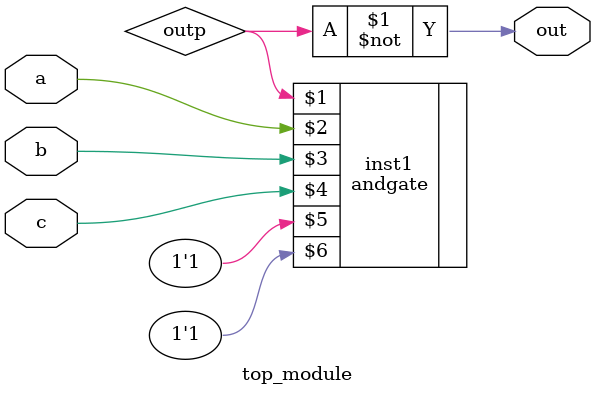
<source format=v>
module top_module (input a, input b, input c, output out);
    wire outp;
    andgate inst1 (outp, a, b, c, 1'b1, 1'b1);
    assign out=~outp;
endmodule

</source>
